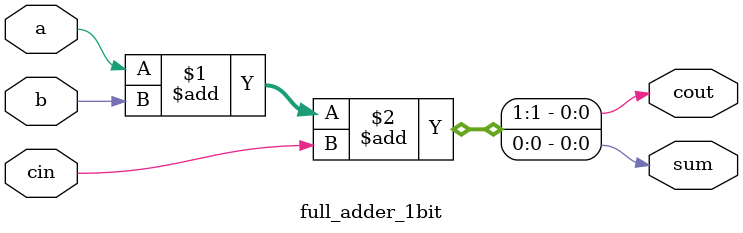
<source format=v>
`timescale 1ns / 1ps


module full_adder_1bit(a,b,cin,sum,cout);
input a,b,cin;
output sum,cout;
    
assign {cout, sum} = a + b + cin;
endmodule

</source>
